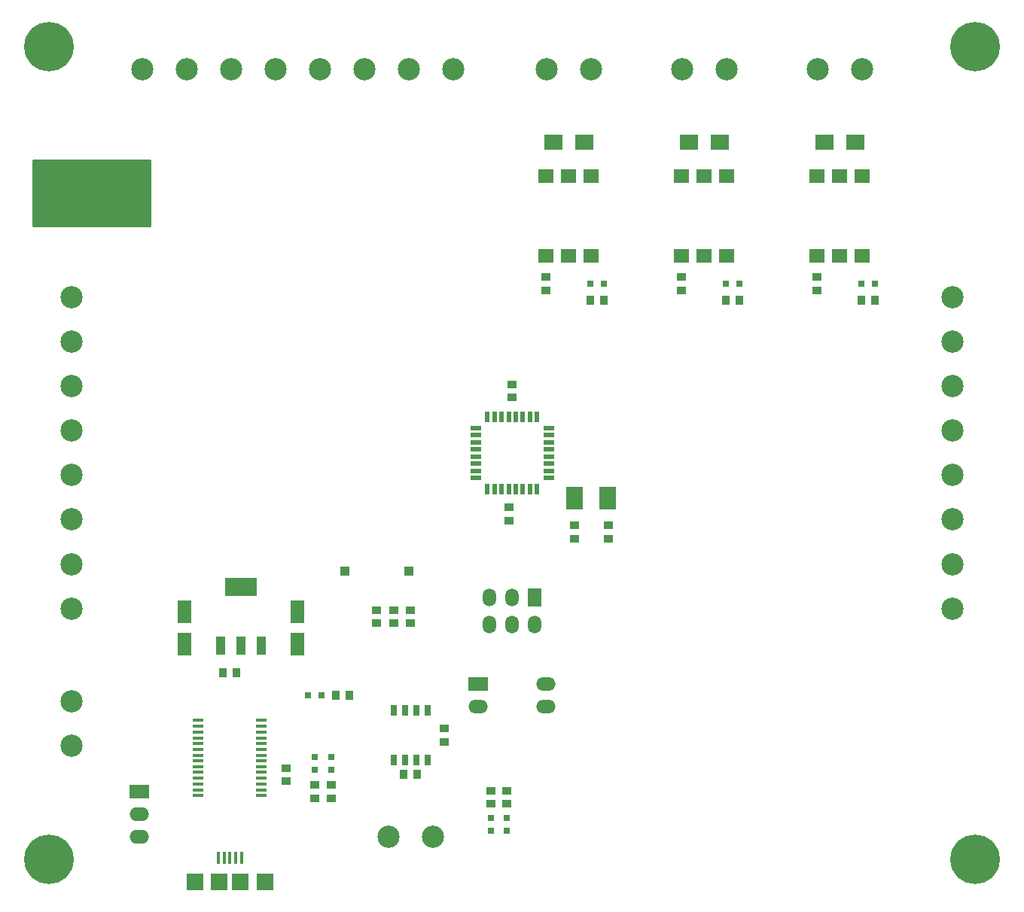
<source format=gts>
G04 (created by PCBNEW (2013-may-18)-stable) date Mon 20 Apr 2015 02:12:07 PM EDT*
%MOIN*%
G04 Gerber Fmt 3.4, Leading zero omitted, Abs format*
%FSLAX34Y34*%
G01*
G70*
G90*
G04 APERTURE LIST*
%ADD10C,0.00590551*%
%ADD11C,0.219*%
%ADD12R,0.05X0.016*%
%ADD13R,0.144X0.08*%
%ADD14R,0.04X0.08*%
%ADD15R,0.025X0.05*%
%ADD16R,0.0394X0.0394*%
%ADD17R,0.0866X0.06*%
%ADD18O,0.0866X0.06*%
%ADD19C,0.0984252*%
%ADD20R,0.0708661X0.0590551*%
%ADD21R,0.0217X0.0512*%
%ADD22R,0.0512X0.0217*%
%ADD23R,0.0723291X0.0998882*%
%ADD24R,0.063X0.1024*%
%ADD25R,0.0394X0.0354*%
%ADD26R,0.0354X0.0394*%
%ADD27R,0.0314X0.0314*%
%ADD28R,0.0747X0.0747*%
%ADD29R,0.0157X0.0531*%
%ADD30R,0.0157X0.053*%
%ADD31R,0.0827X0.0669*%
%ADD32R,0.0590551X0.0787402*%
%ADD33O,0.0590551X0.0787402*%
%ADD34R,0.0865X0.059*%
%ADD35O,0.0865X0.059*%
%ADD36C,0.01*%
G04 APERTURE END LIST*
G54D10*
G54D11*
X19000Y-20000D03*
X60000Y-20000D03*
X60000Y-56000D03*
G54D12*
X25600Y-49850D03*
X25600Y-50100D03*
X25600Y-50360D03*
X25600Y-50620D03*
X25600Y-50870D03*
X25600Y-51130D03*
X25600Y-51390D03*
X25600Y-51640D03*
X25600Y-51900D03*
X25600Y-52150D03*
X25600Y-52410D03*
X25600Y-52670D03*
X25600Y-52920D03*
X25600Y-53180D03*
X28400Y-53180D03*
X28400Y-52920D03*
X28400Y-52680D03*
X28400Y-52410D03*
X28400Y-52150D03*
X28400Y-51900D03*
X28400Y-51640D03*
X28400Y-51390D03*
X28400Y-51130D03*
X28400Y-50870D03*
X28400Y-50620D03*
X28400Y-50360D03*
X28400Y-50100D03*
X28400Y-49850D03*
G54D13*
X27500Y-43950D03*
G54D14*
X27500Y-46550D03*
X28400Y-46550D03*
X26600Y-46550D03*
G54D15*
X35750Y-49400D03*
X35250Y-49400D03*
X34750Y-49400D03*
X34250Y-49400D03*
X34250Y-51600D03*
X34750Y-51600D03*
X35250Y-51600D03*
X35750Y-51600D03*
G54D16*
X34917Y-43250D03*
X32083Y-43250D03*
G54D17*
X23000Y-53000D03*
G54D18*
X23000Y-54000D03*
X23000Y-55000D03*
G54D19*
X59000Y-31110D03*
X59000Y-33078D03*
X59000Y-35047D03*
X59000Y-37015D03*
X59000Y-38984D03*
X59000Y-40952D03*
X59000Y-44889D03*
X59000Y-42921D03*
X23110Y-21000D03*
X25078Y-21000D03*
X27047Y-21000D03*
X29015Y-21000D03*
X30984Y-21000D03*
X32952Y-21000D03*
X36889Y-21000D03*
X34921Y-21000D03*
X20000Y-44889D03*
X20000Y-42921D03*
X20000Y-40952D03*
X20000Y-38984D03*
X20000Y-37015D03*
X20000Y-35047D03*
X20000Y-31110D03*
X20000Y-33078D03*
X42984Y-21000D03*
X41015Y-21000D03*
X20000Y-49015D03*
X20000Y-50984D03*
X48984Y-21000D03*
X47015Y-21000D03*
X54984Y-21000D03*
X53015Y-21000D03*
X34015Y-55000D03*
X35984Y-55000D03*
G54D20*
X53000Y-29274D03*
X54000Y-29274D03*
X55000Y-29274D03*
X55000Y-25726D03*
X54000Y-25726D03*
X53000Y-25728D03*
X47000Y-29274D03*
X48000Y-29274D03*
X49000Y-29274D03*
X49000Y-25726D03*
X48000Y-25726D03*
X47000Y-25728D03*
X41000Y-29274D03*
X42000Y-29274D03*
X43000Y-29274D03*
X43000Y-25726D03*
X42000Y-25726D03*
X41000Y-25728D03*
G54D21*
X39343Y-39614D03*
X39657Y-39614D03*
X39972Y-39614D03*
X40287Y-39614D03*
X40602Y-39614D03*
X38398Y-39614D03*
X38713Y-39614D03*
X39028Y-39614D03*
G54D22*
X41114Y-39102D03*
X41114Y-38787D03*
X41114Y-38472D03*
X41114Y-38157D03*
X41114Y-37843D03*
X41114Y-37528D03*
X41114Y-37213D03*
X41114Y-36898D03*
G54D21*
X40602Y-36386D03*
X40287Y-36386D03*
X39972Y-36386D03*
X39657Y-36386D03*
X39343Y-36386D03*
X39028Y-36386D03*
X38713Y-36386D03*
X38398Y-36386D03*
G54D22*
X37886Y-36898D03*
X37886Y-37213D03*
X37886Y-37528D03*
X37886Y-37843D03*
X37886Y-38157D03*
X37886Y-38472D03*
X37886Y-38787D03*
X37886Y-39102D03*
G54D23*
X43728Y-40000D03*
X42271Y-40000D03*
G54D24*
X25000Y-45041D03*
X25000Y-46459D03*
X30000Y-46459D03*
X30000Y-45041D03*
G54D11*
X19000Y-56000D03*
G54D25*
X42250Y-41204D03*
X42250Y-41796D03*
X43750Y-41204D03*
X43750Y-41796D03*
G54D26*
X27296Y-47750D03*
X26704Y-47750D03*
G54D25*
X29500Y-51954D03*
X29500Y-52546D03*
X36500Y-50796D03*
X36500Y-50204D03*
G54D27*
X38550Y-54155D03*
X38550Y-54745D03*
X39250Y-54155D03*
X39250Y-54745D03*
X31500Y-52045D03*
X31500Y-51455D03*
X30750Y-52045D03*
X30750Y-51455D03*
X31045Y-48750D03*
X30455Y-48750D03*
G54D25*
X38550Y-52954D03*
X38550Y-53546D03*
X39250Y-52954D03*
X39250Y-53546D03*
X31500Y-52704D03*
X31500Y-53296D03*
X30750Y-52704D03*
X30750Y-53296D03*
G54D26*
X32296Y-48750D03*
X31704Y-48750D03*
G54D25*
X35000Y-44954D03*
X35000Y-45546D03*
X39350Y-40404D03*
X39350Y-40996D03*
X39500Y-35546D03*
X39500Y-34954D03*
X47000Y-30796D03*
X47000Y-30204D03*
X41000Y-30796D03*
X41000Y-30204D03*
X53000Y-30796D03*
X53000Y-30204D03*
G54D28*
X26528Y-57000D03*
X27472Y-57000D03*
X28555Y-57000D03*
X25445Y-57000D03*
G54D29*
X26488Y-55947D03*
G54D30*
X26745Y-55947D03*
X27000Y-55947D03*
X27255Y-55947D03*
X27512Y-55947D03*
G54D31*
X42681Y-24250D03*
X41319Y-24250D03*
X48681Y-24250D03*
X47319Y-24250D03*
X54681Y-24250D03*
X53319Y-24250D03*
G54D26*
X49546Y-31250D03*
X48954Y-31250D03*
X43546Y-31250D03*
X42954Y-31250D03*
X55546Y-31250D03*
X54954Y-31250D03*
G54D32*
X40500Y-44401D03*
G54D33*
X40500Y-45598D03*
X39500Y-44401D03*
X39500Y-45598D03*
X38500Y-44401D03*
X38500Y-45598D03*
G54D27*
X43545Y-30500D03*
X42955Y-30500D03*
X49545Y-30500D03*
X48955Y-30500D03*
X55545Y-30500D03*
X54955Y-30500D03*
G54D26*
X35296Y-52250D03*
X34704Y-52250D03*
G54D34*
X38000Y-48250D03*
G54D35*
X41000Y-48250D03*
X38000Y-49250D03*
X41000Y-49250D03*
G54D25*
X33500Y-45546D03*
X33500Y-44954D03*
X34250Y-45546D03*
X34250Y-44954D03*
G54D10*
G36*
X23450Y-27950D02*
X18300Y-27950D01*
X18300Y-25050D01*
X23450Y-25050D01*
X23450Y-27950D01*
X23450Y-27950D01*
G37*
G54D36*
X23450Y-27950D02*
X18300Y-27950D01*
X18300Y-25050D01*
X23450Y-25050D01*
X23450Y-27950D01*
M02*

</source>
